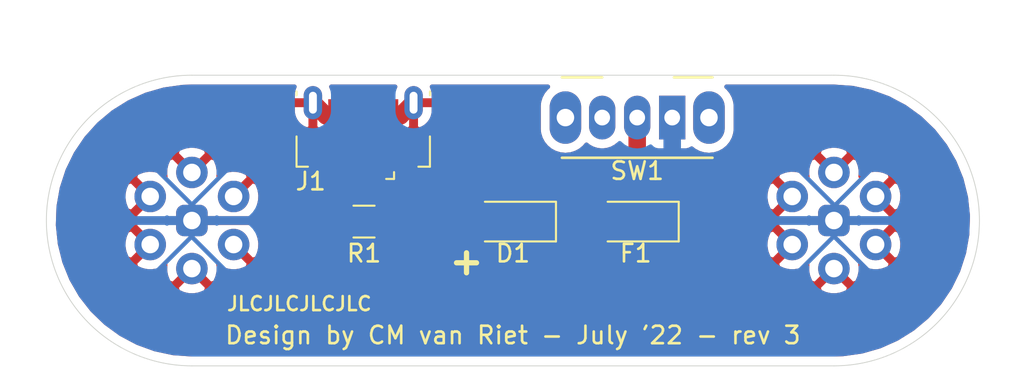
<source format=kicad_pcb>
(kicad_pcb (version 20171130) (host pcbnew "(5.1.5)-3")

  (general
    (thickness 1.6)
    (drawings 7)
    (tracks 40)
    (zones 0)
    (modules 7)
    (nets 9)
  )

  (page A4)
  (layers
    (0 F.Cu signal)
    (31 B.Cu signal)
    (32 B.Adhes user)
    (33 F.Adhes user)
    (34 B.Paste user)
    (35 F.Paste user)
    (36 B.SilkS user)
    (37 F.SilkS user)
    (38 B.Mask user hide)
    (39 F.Mask user)
    (40 Dwgs.User user hide)
    (41 Cmts.User user)
    (42 Eco1.User user hide)
    (43 Eco2.User user hide)
    (44 Edge.Cuts user)
    (45 Margin user)
    (46 B.CrtYd user)
    (47 F.CrtYd user)
    (48 B.Fab user)
    (49 F.Fab user hide)
  )

  (setup
    (last_trace_width 0.25)
    (user_trace_width 0.5)
    (user_trace_width 0.75)
    (user_trace_width 1)
    (trace_clearance 0.2)
    (zone_clearance 0.508)
    (zone_45_only no)
    (trace_min 0.2)
    (via_size 0.8)
    (via_drill 0.4)
    (via_min_size 0.4)
    (via_min_drill 0.3)
    (uvia_size 0.3)
    (uvia_drill 0.1)
    (uvias_allowed no)
    (uvia_min_size 0.2)
    (uvia_min_drill 0.1)
    (edge_width 0.05)
    (segment_width 0.2)
    (pcb_text_width 0.3)
    (pcb_text_size 1.5 1.5)
    (mod_edge_width 0.12)
    (mod_text_size 1 1)
    (mod_text_width 0.15)
    (pad_size 1.8 1.8)
    (pad_drill 1)
    (pad_to_mask_clearance 0.051)
    (solder_mask_min_width 0.25)
    (aux_axis_origin 0 0)
    (visible_elements 7FFFFFFF)
    (pcbplotparams
      (layerselection 0x010f0_ffffffff)
      (usegerberextensions false)
      (usegerberattributes false)
      (usegerberadvancedattributes false)
      (creategerberjobfile false)
      (excludeedgelayer true)
      (linewidth 0.100000)
      (plotframeref false)
      (viasonmask false)
      (mode 1)
      (useauxorigin false)
      (hpglpennumber 1)
      (hpglpenspeed 20)
      (hpglpendiameter 15.000000)
      (psnegative false)
      (psa4output false)
      (plotreference true)
      (plotvalue false)
      (plotinvisibletext false)
      (padsonsilk true)
      (subtractmaskfromsilk false)
      (outputformat 1)
      (mirror false)
      (drillshape 0)
      (scaleselection 1)
      (outputdirectory "Moduli USB Gerbers/"))
  )

  (net 0 "")
  (net 1 GND)
  (net 2 +5V)
  (net 3 "Net-(D1-Pad2)")
  (net 4 "Net-(F1-Pad2)")
  (net 5 "Net-(J1-Pad3)")
  (net 6 "Net-(J1-Pad4)")
  (net 7 "Net-(J1-Pad2)")
  (net 8 "Net-(F1-Pad1)")

  (net_class Default "This is the default net class."
    (clearance 0.2)
    (trace_width 0.25)
    (via_dia 0.8)
    (via_drill 0.4)
    (uvia_dia 0.3)
    (uvia_drill 0.1)
    (add_net +5V)
    (add_net GND)
    (add_net "Net-(D1-Pad2)")
    (add_net "Net-(F1-Pad1)")
    (add_net "Net-(F1-Pad2)")
    (add_net "Net-(J1-Pad2)")
    (add_net "Net-(J1-Pad3)")
    (add_net "Net-(J1-Pad4)")
  )

  (net_class Pad ""
    (clearance 0.1)
    (trace_width 0.25)
    (via_dia 0.8)
    (via_drill 0.4)
    (uvia_dia 0.3)
    (uvia_drill 0.1)
  )

  (module "Stacked desk light:SW_CuK_OS102011MA1QN1_SPDT_Angled" (layer F.Cu) (tedit 62EBDA16) (tstamp 602CA15E)
    (at 109.1 94.05 180)
    (descr "CuK miniature slide switch, OS series, SPDT, right angle, http://www.ckswitches.com/media/1428/os.pdf")
    (tags "switch SPDT")
    (path /602C4982)
    (fp_text reference SW1 (at 2 -3.05 180) (layer F.SilkS)
      (effects (font (size 1 1) (thickness 0.15)))
    )
    (fp_text value SW_DIP_x01 (at 1.7 7.7 180) (layer F.Fab)
      (effects (font (size 1 1) (thickness 0.15)))
    )
    (fp_text user %R (at 2.3 1.7 180) (layer F.Fab)
      (effects (font (size 0.5 0.5) (thickness 0.1)))
    )
    (fp_line (start -2.3 -2.2) (end 6.3 -2.2) (layer F.Fab) (width 0.1))
    (fp_line (start -2.3 -2.2) (end -2.3 2.2) (layer F.Fab) (width 0.1))
    (fp_line (start -2.3 2.2) (end 6.3 2.2) (layer F.Fab) (width 0.1))
    (fp_line (start 6.3 2.2) (end 6.3 -2.2) (layer F.Fab) (width 0.1))
    (fp_line (start 2 2.2) (end 2 6.2) (layer F.Fab) (width 0.1))
    (fp_line (start 2 6.2) (end 0 6.2) (layer F.Fab) (width 0.1))
    (fp_line (start 0 6.2) (end 0 2.2) (layer F.Fab) (width 0.1))
    (fp_line (start -2.3 -2.3) (end 6.3 -2.3) (layer F.SilkS) (width 0.15))
    (fp_line (start -2.3 2.3) (end -0.1 2.3) (layer F.SilkS) (width 0.15))
    (fp_line (start 4 2.3) (end 6.3 2.3) (layer F.SilkS) (width 0.15))
    (fp_line (start 7.7 -2.7) (end 7.7 6.7) (layer F.CrtYd) (width 0.05))
    (fp_line (start 7.7 6.7) (end -3.7 6.7) (layer F.CrtYd) (width 0.05))
    (fp_line (start -3.7 6.7) (end -3.7 -2.7) (layer F.CrtYd) (width 0.05))
    (fp_line (start -3.7 -2.7) (end 7.7 -2.7) (layer F.CrtYd) (width 0.05))
    (pad 1 thru_hole rect (at 0 0 180) (size 1.5 2.5) (drill 0.9) (layers *.Cu *.Mask)
      (net 2 +5V))
    (pad 2 thru_hole oval (at 2 0 180) (size 1.5 2.5) (drill 0.9) (layers *.Cu *.Mask)
      (net 8 "Net-(F1-Pad1)"))
    (pad 3 thru_hole oval (at 4 0 180) (size 1.5 2.5) (drill 0.9) (layers *.Cu *.Mask))
    (pad "" thru_hole oval (at -2.1 0 180) (size 1.8 3) (drill 1) (layers *.Cu *.Mask))
    (pad "" thru_hole oval (at 6.1 0 180) (size 1.8 3) (drill 1) (layers *.Cu *.Mask))
    (model ${KISYS3DMOD}/Button_Switch_THT.3dshapes/SW_CuK_OS102011MA1QN1_SPDT_Angled.wrl
      (at (xyz 0 0 0))
      (scale (xyz 1 1 1))
      (rotate (xyz 0 0 0))
    )
  )

  (module "Stacked desk light:Conn_hex" (layer F.Cu) (tedit 62C5C8CA) (tstamp 60265DE1)
    (at 118.337168 99.939092 90)
    (path /60265E79)
    (fp_text reference H1 (at 0 4.1 90) (layer F.Fab)
      (effects (font (size 1 1) (thickness 0.15)))
    )
    (fp_text value Hex_Conn (at 0 -4.1 90) (layer F.Fab)
      (effects (font (size 1 1) (thickness 0.15)))
    )
    (fp_line (start 4 0) (end 2 3.464102) (layer F.CrtYd) (width 0.05))
    (fp_line (start 4 0) (end 2 -3.464102) (layer F.CrtYd) (width 0.05))
    (fp_line (start 2 -3.464102) (end -2 -3.464102) (layer F.CrtYd) (width 0.05))
    (fp_line (start -2 -3.464102) (end -4 0) (layer F.CrtYd) (width 0.05))
    (fp_line (start -4 0) (end -2 3.464102) (layer F.CrtYd) (width 0.05))
    (fp_line (start -2 3.464102) (end 2 3.464102) (layer F.CrtYd) (width 0.05))
    (fp_line (start 0 0) (end -2 -3.464102) (layer Dwgs.User) (width 0.05))
    (fp_line (start 0 0) (end 2 3.464102) (layer Dwgs.User) (width 0.05))
    (fp_line (start 0 0) (end 1.375 -2.38157) (layer Dwgs.User) (width 0.05))
    (fp_line (start 0 0) (end -1.375 2.38157) (layer Dwgs.User) (width 0.05))
    (pad 6 thru_hole circle (at -1.375 -2.38157 270) (size 1.8 1.8) (drill 1) (layers *.Cu *.Mask)
      (net 1 GND))
    (pad 5 thru_hole circle (at -2.75 0 270) (size 1.8 1.8) (drill 1) (layers *.Cu *.Mask)
      (net 1 GND))
    (pad 4 thru_hole circle (at -1.375 2.38157 270) (size 1.8 1.8) (drill 1) (layers *.Cu *.Mask)
      (net 1 GND))
    (pad 7 thru_hole roundrect (at 0 0 90) (size 1.8 1.8) (drill 1) (layers *.Cu *.Mask) (roundrect_rratio 0.25)
      (net 2 +5V))
    (pad 1 thru_hole circle (at 1.375 -2.38157 90) (size 1.8 1.8) (drill 1) (layers *.Cu *.Mask)
      (net 1 GND))
    (pad 2 thru_hole circle (at 2.75 0 90) (size 1.8 1.8) (drill 1) (layers *.Cu *.Mask)
      (net 1 GND))
    (pad 3 thru_hole circle (at 1.375 2.38157 90) (size 1.8 1.8) (drill 1) (layers *.Cu *.Mask)
      (net 1 GND))
  )

  (module "Stacked desk light:Conn_hex" (layer F.Cu) (tedit 62C5C8CA) (tstamp 6026C4D0)
    (at 81.662804 99.939092 90)
    (path /602753EA)
    (fp_text reference H2 (at 0 4.1 90) (layer F.Fab)
      (effects (font (size 1 1) (thickness 0.15)))
    )
    (fp_text value Hex_Conn (at 0 -4.1 90) (layer F.Fab)
      (effects (font (size 1 1) (thickness 0.15)))
    )
    (fp_line (start 4 0) (end 2 3.464102) (layer F.CrtYd) (width 0.05))
    (fp_line (start 4 0) (end 2 -3.464102) (layer F.CrtYd) (width 0.05))
    (fp_line (start 2 -3.464102) (end -2 -3.464102) (layer F.CrtYd) (width 0.05))
    (fp_line (start -2 -3.464102) (end -4 0) (layer F.CrtYd) (width 0.05))
    (fp_line (start -4 0) (end -2 3.464102) (layer F.CrtYd) (width 0.05))
    (fp_line (start -2 3.464102) (end 2 3.464102) (layer F.CrtYd) (width 0.05))
    (fp_line (start 0 0) (end -2 -3.464102) (layer Dwgs.User) (width 0.05))
    (fp_line (start 0 0) (end 2 3.464102) (layer Dwgs.User) (width 0.05))
    (fp_line (start 0 0) (end 1.375 -2.38157) (layer Dwgs.User) (width 0.05))
    (fp_line (start 0 0) (end -1.375 2.38157) (layer Dwgs.User) (width 0.05))
    (pad 6 thru_hole circle (at -1.375 -2.38157 270) (size 1.8 1.8) (drill 1) (layers *.Cu *.Mask)
      (net 1 GND))
    (pad 5 thru_hole circle (at -2.75 0 270) (size 1.8 1.8) (drill 1) (layers *.Cu *.Mask)
      (net 1 GND))
    (pad 4 thru_hole circle (at -1.375 2.38157 270) (size 1.8 1.8) (drill 1) (layers *.Cu *.Mask)
      (net 1 GND))
    (pad 7 thru_hole roundrect (at 0 0 90) (size 1.8 1.8) (drill 1) (layers *.Cu *.Mask) (roundrect_rratio 0.25)
      (net 2 +5V))
    (pad 1 thru_hole circle (at 1.375 -2.38157 90) (size 1.8 1.8) (drill 1) (layers *.Cu *.Mask)
      (net 1 GND))
    (pad 2 thru_hole circle (at 2.75 0 90) (size 1.8 1.8) (drill 1) (layers *.Cu *.Mask)
      (net 1 GND))
    (pad 3 thru_hole circle (at 1.375 2.38157 90) (size 1.8 1.8) (drill 1) (layers *.Cu *.Mask)
      (net 1 GND))
  )

  (module Resistor_SMD:R_1206_3216Metric_Pad1.42x1.75mm_HandSolder (layer F.Cu) (tedit 5B301BBD) (tstamp 6021D82A)
    (at 91.495 100 180)
    (descr "Resistor SMD 1206 (3216 Metric), square (rectangular) end terminal, IPC_7351 nominal with elongated pad for handsoldering. (Body size source: http://www.tortai-tech.com/upload/download/2011102023233369053.pdf), generated with kicad-footprint-generator")
    (tags "resistor handsolder")
    (path /6022914C)
    (attr smd)
    (fp_text reference R1 (at 0 -1.82) (layer F.SilkS)
      (effects (font (size 1 1) (thickness 0.15)))
    )
    (fp_text value 150R (at 0 1.82) (layer F.Fab)
      (effects (font (size 1 1) (thickness 0.15)))
    )
    (fp_text user %R (at 0 0) (layer F.Fab)
      (effects (font (size 0.8 0.8) (thickness 0.12)))
    )
    (fp_line (start 2.45 1.12) (end -2.45 1.12) (layer F.CrtYd) (width 0.05))
    (fp_line (start 2.45 -1.12) (end 2.45 1.12) (layer F.CrtYd) (width 0.05))
    (fp_line (start -2.45 -1.12) (end 2.45 -1.12) (layer F.CrtYd) (width 0.05))
    (fp_line (start -2.45 1.12) (end -2.45 -1.12) (layer F.CrtYd) (width 0.05))
    (fp_line (start -0.602064 0.91) (end 0.602064 0.91) (layer F.SilkS) (width 0.12))
    (fp_line (start -0.602064 -0.91) (end 0.602064 -0.91) (layer F.SilkS) (width 0.12))
    (fp_line (start 1.6 0.8) (end -1.6 0.8) (layer F.Fab) (width 0.1))
    (fp_line (start 1.6 -0.8) (end 1.6 0.8) (layer F.Fab) (width 0.1))
    (fp_line (start -1.6 -0.8) (end 1.6 -0.8) (layer F.Fab) (width 0.1))
    (fp_line (start -1.6 0.8) (end -1.6 -0.8) (layer F.Fab) (width 0.1))
    (pad 2 smd roundrect (at 1.4875 0 180) (size 1.425 1.75) (layers F.Cu F.Paste F.Mask) (roundrect_rratio 0.175439)
      (net 2 +5V))
    (pad 1 smd roundrect (at -1.4875 0 180) (size 1.425 1.75) (layers F.Cu F.Paste F.Mask) (roundrect_rratio 0.175439)
      (net 3 "Net-(D1-Pad2)"))
    (model ${KISYS3DMOD}/Resistor_SMD.3dshapes/R_1206_3216Metric.wrl
      (at (xyz 0 0 0))
      (scale (xyz 1 1 1))
      (rotate (xyz 0 0 0))
    )
  )

  (module LED_SMD:LED_1206_3216Metric_Pad1.42x1.75mm_HandSolder (layer F.Cu) (tedit 5B4B45C9) (tstamp 62C6220B)
    (at 107.0125 100 180)
    (descr "LED SMD 1206 (3216 Metric), square (rectangular) end terminal, IPC_7351 nominal, (Body size source: http://www.tortai-tech.com/upload/download/2011102023233369053.pdf), generated with kicad-footprint-generator")
    (tags "LED handsolder")
    (path /62C60E33)
    (attr smd)
    (fp_text reference F1 (at 0 -1.82) (layer F.SilkS)
      (effects (font (size 1 1) (thickness 0.15)))
    )
    (fp_text value Polyfuse_Small (at 0 1.82) (layer F.Fab)
      (effects (font (size 1 1) (thickness 0.15)))
    )
    (fp_text user %R (at 0 0) (layer F.Fab)
      (effects (font (size 0.8 0.8) (thickness 0.12)))
    )
    (fp_line (start 2.45 1.12) (end -2.45 1.12) (layer F.CrtYd) (width 0.05))
    (fp_line (start 2.45 -1.12) (end 2.45 1.12) (layer F.CrtYd) (width 0.05))
    (fp_line (start -2.45 -1.12) (end 2.45 -1.12) (layer F.CrtYd) (width 0.05))
    (fp_line (start -2.45 1.12) (end -2.45 -1.12) (layer F.CrtYd) (width 0.05))
    (fp_line (start -2.46 1.135) (end 1.6 1.135) (layer F.SilkS) (width 0.12))
    (fp_line (start -2.46 -1.135) (end -2.46 1.135) (layer F.SilkS) (width 0.12))
    (fp_line (start 1.6 -1.135) (end -2.46 -1.135) (layer F.SilkS) (width 0.12))
    (fp_line (start 1.6 0.8) (end 1.6 -0.8) (layer F.Fab) (width 0.1))
    (fp_line (start -1.6 0.8) (end 1.6 0.8) (layer F.Fab) (width 0.1))
    (fp_line (start -1.6 -0.4) (end -1.6 0.8) (layer F.Fab) (width 0.1))
    (fp_line (start -1.2 -0.8) (end -1.6 -0.4) (layer F.Fab) (width 0.1))
    (fp_line (start 1.6 -0.8) (end -1.2 -0.8) (layer F.Fab) (width 0.1))
    (pad 2 smd roundrect (at 1.4875 0 180) (size 1.425 1.75) (layers F.Cu F.Paste F.Mask) (roundrect_rratio 0.175439)
      (net 4 "Net-(F1-Pad2)"))
    (pad 1 smd roundrect (at -1.4875 0 180) (size 1.425 1.75) (layers F.Cu F.Paste F.Mask) (roundrect_rratio 0.175439)
      (net 8 "Net-(F1-Pad1)"))
    (model ${KISYS3DMOD}/LED_SMD.3dshapes/LED_1206_3216Metric.wrl
      (at (xyz 0 0 0))
      (scale (xyz 1 1 1))
      (rotate (xyz 0 0 0))
    )
  )

  (module LED_SMD:LED_1206_3216Metric_Pad1.42x1.75mm_HandSolder (layer F.Cu) (tedit 5B4B45C9) (tstamp 6022F6F1)
    (at 100 100 180)
    (descr "LED SMD 1206 (3216 Metric), square (rectangular) end terminal, IPC_7351 nominal, (Body size source: http://www.tortai-tech.com/upload/download/2011102023233369053.pdf), generated with kicad-footprint-generator")
    (tags "LED handsolder")
    (path /60229134)
    (attr smd)
    (fp_text reference D1 (at 0 -1.82) (layer F.SilkS)
      (effects (font (size 1 1) (thickness 0.15)))
    )
    (fp_text value LED (at 0 1.82) (layer F.Fab)
      (effects (font (size 1 1) (thickness 0.15)))
    )
    (fp_text user %R (at 0 0) (layer F.Fab)
      (effects (font (size 0.8 0.8) (thickness 0.12)))
    )
    (fp_line (start 2.45 1.12) (end -2.45 1.12) (layer F.CrtYd) (width 0.05))
    (fp_line (start 2.45 -1.12) (end 2.45 1.12) (layer F.CrtYd) (width 0.05))
    (fp_line (start -2.45 -1.12) (end 2.45 -1.12) (layer F.CrtYd) (width 0.05))
    (fp_line (start -2.45 1.12) (end -2.45 -1.12) (layer F.CrtYd) (width 0.05))
    (fp_line (start -2.46 1.135) (end 1.6 1.135) (layer F.SilkS) (width 0.12))
    (fp_line (start -2.46 -1.135) (end -2.46 1.135) (layer F.SilkS) (width 0.12))
    (fp_line (start 1.6 -1.135) (end -2.46 -1.135) (layer F.SilkS) (width 0.12))
    (fp_line (start 1.6 0.8) (end 1.6 -0.8) (layer F.Fab) (width 0.1))
    (fp_line (start -1.6 0.8) (end 1.6 0.8) (layer F.Fab) (width 0.1))
    (fp_line (start -1.6 -0.4) (end -1.6 0.8) (layer F.Fab) (width 0.1))
    (fp_line (start -1.2 -0.8) (end -1.6 -0.4) (layer F.Fab) (width 0.1))
    (fp_line (start 1.6 -0.8) (end -1.2 -0.8) (layer F.Fab) (width 0.1))
    (pad 2 smd roundrect (at 1.4875 0 180) (size 1.425 1.75) (layers F.Cu F.Paste F.Mask) (roundrect_rratio 0.175439)
      (net 3 "Net-(D1-Pad2)"))
    (pad 1 smd roundrect (at -1.4875 0 180) (size 1.425 1.75) (layers F.Cu F.Paste F.Mask) (roundrect_rratio 0.175439)
      (net 1 GND))
    (model ${KISYS3DMOD}/LED_SMD.3dshapes/LED_1206_3216Metric.wrl
      (at (xyz 0 0 0))
      (scale (xyz 1 1 1))
      (rotate (xyz 0 0 0))
    )
  )

  (module "Stacked desk light:USB_Micro-B_MC-026" (layer F.Cu) (tedit 6041258F) (tstamp 60415CE8)
    (at 91.45 95.15 180)
    (descr "GCT Micro USB https://gct.co/files/drawings/usb3076.pdf")
    (tags "Micro-USB SMD Typ-B GCT")
    (path /6022913A)
    (attr smd)
    (fp_text reference J1 (at 3 -2.55) (layer F.SilkS)
      (effects (font (size 1 1) (thickness 0.15)))
    )
    (fp_text value USB_B_Micro (at 0 5.2) (layer F.Fab)
      (effects (font (size 1 1) (thickness 0.15)))
    )
    (fp_line (start -1.1 -2.16) (end -1.1 -1.95) (layer F.Fab) (width 0.1))
    (fp_line (start -1.5 -2.16) (end -1.5 -1.95) (layer F.Fab) (width 0.1))
    (fp_line (start -1.5 -2.16) (end -1.1 -2.16) (layer F.Fab) (width 0.1))
    (fp_line (start -1.1 -1.95) (end -1.3 -1.75) (layer F.Fab) (width 0.1))
    (fp_line (start -1.3 -1.75) (end -1.5 -1.95) (layer F.Fab) (width 0.1))
    (fp_line (start -1.76 -2.41) (end -1.76 -2.02) (layer F.SilkS) (width 0.12))
    (fp_line (start -1.76 -2.41) (end -1.31 -2.41) (layer F.SilkS) (width 0.12))
    (fp_text user %R (at 0 0.85) (layer F.Fab)
      (effects (font (size 1 1) (thickness 0.15)))
    )
    (fp_line (start 3.81 -1.71) (end 3.16 -1.71) (layer F.SilkS) (width 0.12))
    (fp_line (start 3.81 0.02) (end 3.81 -1.71) (layer F.SilkS) (width 0.12))
    (fp_line (start -3.81 2.59) (end -3.81 2.38) (layer F.SilkS) (width 0.12))
    (fp_line (start -3.7 3.95) (end -3.7 -1.6) (layer F.Fab) (width 0.1))
    (fp_line (start -3.7 -1.6) (end 3.7 -1.6) (layer F.Fab) (width 0.1))
    (fp_line (start -3.7 3.95) (end 3.7 3.95) (layer F.Fab) (width 0.1))
    (fp_line (start -3 3.5) (end 3 3.5) (layer F.Fab) (width 0.2))
    (fp_line (start 3.7 3.95) (end 3.7 -1.6) (layer F.Fab) (width 0.1))
    (fp_line (start 3.81 2.59) (end 3.81 2.38) (layer F.SilkS) (width 0.12))
    (fp_line (start -3.81 0.02) (end -3.81 -1.71) (layer F.SilkS) (width 0.12))
    (fp_line (start -3.81 -1.71) (end -3.15 -1.71) (layer F.SilkS) (width 0.12))
    (fp_text user "PCB Edge" (at 0 2.65) (layer Dwgs.User)
      (effects (font (size 0.5 0.5) (thickness 0.08)))
    )
    (fp_line (start -4.6 4.45) (end -4.6 -2.65) (layer F.CrtYd) (width 0.05))
    (fp_line (start -4.6 -2.65) (end 4.6 -2.65) (layer F.CrtYd) (width 0.05))
    (fp_line (start 4.6 -2.65) (end 4.6 4.45) (layer F.CrtYd) (width 0.05))
    (fp_line (start -4.6 4.45) (end 4.6 4.45) (layer F.CrtYd) (width 0.05))
    (pad 6 thru_hole oval (at 2.875 1.95 180) (size 1.05 1.9) (drill oval 0.45 1.25) (layers *.Cu *.Mask)
      (net 1 GND))
    (pad 6 thru_hole oval (at -2.875 1.95) (size 1.05 1.9) (drill oval 0.45 1.25) (layers *.Cu *.Mask)
      (net 1 GND))
    (pad 6 smd rect (at -1.125 1.2 180) (size 1.75 1.9) (layers F.Cu F.Paste F.Mask)
      (net 1 GND))
    (pad 3 smd rect (at 0 -1.45 180) (size 0.4 1.4) (layers F.Cu F.Paste F.Mask)
      (net 5 "Net-(J1-Pad3)"))
    (pad 4 smd rect (at 0.65 -1.45 180) (size 0.4 1.4) (layers F.Cu F.Paste F.Mask)
      (net 6 "Net-(J1-Pad4)"))
    (pad 5 smd rect (at 1.3 -1.45 180) (size 0.4 1.4) (layers F.Cu F.Paste F.Mask)
      (net 1 GND))
    (pad 1 smd rect (at -1.3 -1.45 180) (size 0.4 1.4) (layers F.Cu F.Paste F.Mask)
      (net 4 "Net-(F1-Pad2)"))
    (pad 2 smd rect (at -0.65 -1.45 180) (size 0.4 1.4) (layers F.Cu F.Paste F.Mask)
      (net 7 "Net-(J1-Pad2)"))
    (pad 6 smd rect (at 1.125 1.2 180) (size 1.75 1.9) (layers F.Cu F.Paste F.Mask)
      (net 1 GND))
    (model ${KISYS3DMOD}/Connector_USB.3dshapes/USB_Micro-B_GCT_USB3076-30-A.wrl
      (at (xyz 0 0 0))
      (scale (xyz 1 1 1))
      (rotate (xyz 0 0 0))
    )
  )

  (gr_text + (at 97.35 102.25) (layer F.SilkS)
    (effects (font (size 1.5 1.5) (thickness 0.3)))
  )
  (gr_text JLCJLCJLCJLC (at 87.8 104.7) (layer F.SilkS)
    (effects (font (size 0.8 0.8) (thickness 0.15)))
  )
  (gr_text "Design by CM van Riet - July '22 - rev 3" (at 100 106.5) (layer F.SilkS)
    (effects (font (size 1 1) (thickness 0.15)))
  )
  (gr_line (start 81.662804 108.251903) (end 118.337168 108.251903) (layer Edge.Cuts) (width 0.05) (tstamp 6026C648))
  (gr_line (start 118.337168 91.626281) (end 81.662804 91.626281) (layer Edge.Cuts) (width 0.05) (tstamp 6026C647))
  (gr_arc (start 118.337168 99.939092) (end 118.337168 108.251903) (angle -180) (layer Edge.Cuts) (width 0.05) (tstamp 6026C642))
  (gr_arc (start 81.662804 99.939092) (end 81.662804 91.626281) (angle -180) (layer Edge.Cuts) (width 0.05))

  (segment (start 90.15 94.125) (end 90.325 93.95) (width 0.5) (layer F.Cu) (net 1))
  (segment (start 90.15 96.6) (end 90.15 94.125) (width 0.5) (layer F.Cu) (net 1))
  (segment (start 90.325 93.95) (end 92.575 93.95) (width 1) (layer F.Cu) (net 1))
  (segment (start 93.575 93.95) (end 94.325 93.2) (width 1) (layer F.Cu) (net 1))
  (segment (start 92.575 93.95) (end 93.575 93.95) (width 1) (layer F.Cu) (net 1))
  (segment (start 89.325 93.95) (end 88.575 93.2) (width 1) (layer F.Cu) (net 1))
  (segment (start 90.325 93.95) (end 89.325 93.95) (width 1) (layer F.Cu) (net 1))
  (segment (start 90.15 96.6) (end 90.15 97.85) (width 0.5) (layer F.Cu) (net 1))
  (segment (start 89.946592 99.939092) (end 90.0075 100) (width 0.5) (layer F.Cu) (net 2))
  (segment (start 81.662804 99.939092) (end 89.946592 99.939092) (width 0.5) (layer F.Cu) (net 2))
  (segment (start 81.662804 99.939092) (end 77.839092 99.939092) (width 0.5) (layer B.Cu) (net 2))
  (segment (start 81.662804 99.039092) (end 79.5 96.876288) (width 0.25) (layer B.Cu) (net 2))
  (segment (start 81.662804 99.939092) (end 81.662804 99.039092) (width 0.25) (layer B.Cu) (net 2))
  (segment (start 81.662804 99.039092) (end 83.9 96.801896) (width 0.25) (layer B.Cu) (net 2))
  (segment (start 81.662804 100.839092) (end 79.401896 103.1) (width 0.25) (layer B.Cu) (net 2))
  (segment (start 81.662804 99.939092) (end 81.662804 100.839092) (width 0.25) (layer B.Cu) (net 2))
  (segment (start 81.662804 100.87609) (end 83.8 103.013286) (width 0.25) (layer B.Cu) (net 2))
  (segment (start 81.662804 99.939092) (end 81.662804 100.87609) (width 0.25) (layer B.Cu) (net 2))
  (segment (start 118.337168 99.039092) (end 116.3 97.001924) (width 0.25) (layer B.Cu) (net 2))
  (segment (start 118.337168 99.939092) (end 118.337168 99.039092) (width 0.25) (layer B.Cu) (net 2))
  (segment (start 118.337168 99.13266) (end 120.469828 97) (width 0.25) (layer B.Cu) (net 2))
  (segment (start 118.337168 99.939092) (end 118.337168 99.13266) (width 0.25) (layer B.Cu) (net 2))
  (segment (start 118.337168 100.839092) (end 116.2 102.97626) (width 0.25) (layer B.Cu) (net 2))
  (segment (start 118.337168 99.939092) (end 118.337168 100.839092) (width 0.25) (layer B.Cu) (net 2))
  (segment (start 118.337168 100.839092) (end 120.498076 103) (width 0.25) (layer B.Cu) (net 2))
  (segment (start 118.337168 99.939092) (end 114.639092 99.939092) (width 0.5) (layer B.Cu) (net 2))
  (segment (start 118.337168 99.939092) (end 121.939092 99.939092) (width 0.5) (layer B.Cu) (net 2))
  (segment (start 109.1 94.05) (end 109.1 95.8) (width 1) (layer B.Cu) (net 2))
  (segment (start 81.662804 99.939092) (end 85.960908 99.939092) (width 0.5) (layer B.Cu) (net 2))
  (segment (start 92.53 99.93) (end 92.52 99.94) (width 0.5) (layer F.Cu) (net 3))
  (segment (start 93.695 100) (end 98.5125 100) (width 0.5) (layer F.Cu) (net 3))
  (segment (start 92.9825 100) (end 93.695 100) (width 0.5) (layer F.Cu) (net 3))
  (segment (start 104.1 97.7) (end 105.525 99.125) (width 1) (layer F.Cu) (net 4))
  (segment (start 105.525 99.125) (end 105.525 100) (width 1) (layer F.Cu) (net 4))
  (segment (start 101.8 97.7) (end 104.1 97.7) (width 1) (layer F.Cu) (net 4))
  (segment (start 93.000001 96.6) (end 100.7 96.6) (width 1) (layer F.Cu) (net 4))
  (segment (start 100.7 96.6) (end 101.8 97.7) (width 1) (layer F.Cu) (net 4))
  (segment (start 108.5 99.125) (end 107.1 97.725) (width 1) (layer F.Cu) (net 8))
  (segment (start 108.5 100) (end 108.5 99.125) (width 1) (layer F.Cu) (net 8))
  (segment (start 107.1 97.725) (end 107.1 94.05) (width 1) (layer F.Cu) (net 8))

  (zone (net 1) (net_name GND) (layer F.Cu) (tstamp 62D6CB28) (hatch edge 0.508)
    (connect_pads (clearance 0.508))
    (min_thickness 0.254)
    (fill yes (arc_segments 32) (thermal_gap 0.508) (thermal_bridge_width 0.508))
    (polygon
      (pts
        (xy 123.9 91.215) (xy 129.2 100) (xy 123.295 109.08) (xy 76.305 108.52) (xy 70.7 99.6)
        (xy 76.3 91.185)
      )
    )
    (filled_polygon
      (pts
        (xy 87.462066 92.424135) (xy 87.415 92.648) (xy 87.415 93.073) (xy 88.448 93.073) (xy 88.448 93.053)
        (xy 88.702 93.053) (xy 88.702 93.073) (xy 88.722 93.073) (xy 88.722 93.327) (xy 88.702 93.327)
        (xy 88.702 94.618163) (xy 88.812871 94.696166) (xy 88.811928 94.9) (xy 88.824188 95.024482) (xy 88.860498 95.14418)
        (xy 88.919463 95.254494) (xy 88.998815 95.351185) (xy 89.095506 95.430537) (xy 89.20582 95.489502) (xy 89.325518 95.525812)
        (xy 89.428224 95.535927) (xy 89.413997 95.553826) (xy 89.356761 95.665046) (xy 89.322323 95.785296) (xy 89.312006 95.909954)
        (xy 89.315 96.31425) (xy 89.47375 96.473) (xy 89.961928 96.473) (xy 89.961928 96.727) (xy 89.47375 96.727)
        (xy 89.315 96.88575) (xy 89.312006 97.290046) (xy 89.322323 97.414704) (xy 89.356761 97.534954) (xy 89.413997 97.646174)
        (xy 89.491831 97.744092) (xy 89.587273 97.824943) (xy 89.696654 97.885621) (xy 89.815771 97.923794) (xy 89.91825 97.935)
        (xy 90.077 97.77625) (xy 90.077 97.663678) (xy 90.148815 97.751185) (xy 90.245506 97.830537) (xy 90.313782 97.867032)
        (xy 90.38175 97.935) (xy 90.472936 97.925029) (xy 90.475518 97.925812) (xy 90.6 97.938072) (xy 91 97.938072)
        (xy 91.124482 97.925812) (xy 91.125 97.925655) (xy 91.125518 97.925812) (xy 91.25 97.938072) (xy 91.65 97.938072)
        (xy 91.774482 97.925812) (xy 91.775 97.925655) (xy 91.775518 97.925812) (xy 91.9 97.938072) (xy 92.3 97.938072)
        (xy 92.424482 97.925812) (xy 92.425 97.925655) (xy 92.425518 97.925812) (xy 92.55 97.938072) (xy 92.95 97.938072)
        (xy 93.074482 97.925812) (xy 93.19418 97.889502) (xy 93.304494 97.830537) (xy 93.401185 97.751185) (xy 93.414468 97.735)
        (xy 100.229869 97.735) (xy 100.958008 98.46314) (xy 100.978734 98.488395) (xy 100.775 98.486928) (xy 100.650518 98.499188)
        (xy 100.53082 98.535498) (xy 100.420506 98.594463) (xy 100.323815 98.673815) (xy 100.244463 98.770506) (xy 100.185498 98.88082)
        (xy 100.149188 99.000518) (xy 100.136928 99.125) (xy 100.14 99.71425) (xy 100.29875 99.873) (xy 101.3605 99.873)
        (xy 101.3605 99.853) (xy 101.6145 99.853) (xy 101.6145 99.873) (xy 102.67625 99.873) (xy 102.835 99.71425)
        (xy 102.838072 99.125) (xy 102.825812 99.000518) (xy 102.789502 98.88082) (xy 102.76501 98.835) (xy 103.629869 98.835)
        (xy 104.174428 99.37956) (xy 104.174428 100.625) (xy 104.191492 100.798254) (xy 104.242028 100.96485) (xy 104.324095 101.118386)
        (xy 104.434538 101.252962) (xy 104.569114 101.363405) (xy 104.72265 101.445472) (xy 104.889246 101.496008) (xy 105.0625 101.513072)
        (xy 105.9875 101.513072) (xy 106.160754 101.496008) (xy 106.32735 101.445472) (xy 106.480886 101.363405) (xy 106.615462 101.252962)
        (xy 106.725905 101.118386) (xy 106.807972 100.96485) (xy 106.858508 100.798254) (xy 106.875572 100.625) (xy 106.875572 99.375)
        (xy 106.858508 99.201746) (xy 106.809258 99.039389) (xy 107.149428 99.37956) (xy 107.149428 100.625) (xy 107.166492 100.798254)
        (xy 107.217028 100.96485) (xy 107.299095 101.118386) (xy 107.409538 101.252962) (xy 107.544114 101.363405) (xy 107.69765 101.445472)
        (xy 107.864246 101.496008) (xy 108.0375 101.513072) (xy 108.9625 101.513072) (xy 109.135754 101.496008) (xy 109.30235 101.445472)
        (xy 109.423632 101.380645) (xy 114.414607 101.380645) (xy 114.457201 101.679999) (xy 114.557376 101.965291) (xy 114.637337 102.114884)
        (xy 114.891518 102.198567) (xy 115.775993 101.314092) (xy 114.891518 100.429617) (xy 114.637337 100.5133) (xy 114.50644 100.785867)
        (xy 114.431233 101.078734) (xy 114.414607 101.380645) (xy 109.423632 101.380645) (xy 109.455886 101.363405) (xy 109.590462 101.252962)
        (xy 109.700905 101.118386) (xy 109.782972 100.96485) (xy 109.833508 100.798254) (xy 109.850572 100.625) (xy 109.850572 99.375)
        (xy 109.833508 99.201746) (xy 109.782972 99.03515) (xy 109.700905 98.881614) (xy 109.590462 98.747038) (xy 109.565105 98.726228)
        (xy 109.553676 98.688553) (xy 109.540461 98.66383) (xy 109.522724 98.630645) (xy 114.414607 98.630645) (xy 114.457201 98.929999)
        (xy 114.557376 99.215291) (xy 114.637337 99.364884) (xy 114.891518 99.448567) (xy 115.775993 98.564092) (xy 114.891518 97.679617)
        (xy 114.637337 97.7633) (xy 114.50644 98.035867) (xy 114.431233 98.328734) (xy 114.414607 98.630645) (xy 109.522724 98.630645)
        (xy 109.448284 98.491377) (xy 109.306449 98.318551) (xy 109.26314 98.283008) (xy 108.480144 97.500012) (xy 115.071123 97.500012)
        (xy 115.955598 98.384487) (xy 115.969741 98.370345) (xy 116.149346 98.54995) (xy 116.135203 98.564092) (xy 116.149346 98.578235)
        (xy 115.969741 98.75784) (xy 115.955598 98.743697) (xy 115.071123 99.628172) (xy 115.154806 99.882353) (xy 115.266633 99.936057)
        (xy 115.154806 99.995831) (xy 115.071123 100.250012) (xy 115.955598 101.134487) (xy 115.969741 101.120345) (xy 116.149346 101.29995)
        (xy 116.135203 101.314092) (xy 116.149346 101.328235) (xy 115.969741 101.50784) (xy 115.955598 101.493697) (xy 115.071123 102.378172)
        (xy 115.154806 102.632353) (xy 115.427373 102.76325) (xy 115.72024 102.838457) (xy 116.022151 102.855083) (xy 116.321505 102.812489)
        (xy 116.606797 102.712314) (xy 116.75639 102.632353) (xy 116.812322 102.462463) (xy 116.796177 102.755645) (xy 116.838771 103.054999)
        (xy 116.938946 103.340291) (xy 117.018907 103.489884) (xy 117.273088 103.573567) (xy 118.157563 102.689092) (xy 118.143421 102.67495)
        (xy 118.323026 102.495345) (xy 118.337168 102.509487) (xy 118.351311 102.495345) (xy 118.530916 102.67495) (xy 118.516773 102.689092)
        (xy 119.401248 103.573567) (xy 119.655429 103.489884) (xy 119.786326 103.217317) (xy 119.861533 102.92445) (xy 119.878159 102.622539)
        (xy 119.850335 102.426989) (xy 119.917946 102.632353) (xy 120.190513 102.76325) (xy 120.48338 102.838457) (xy 120.785291 102.855083)
        (xy 121.084645 102.812489) (xy 121.369937 102.712314) (xy 121.51953 102.632353) (xy 121.603213 102.378172) (xy 120.718738 101.493697)
        (xy 120.704596 101.50784) (xy 120.524991 101.328235) (xy 120.539133 101.314092) (xy 120.898343 101.314092) (xy 121.782818 102.198567)
        (xy 122.036999 102.114884) (xy 122.167896 101.842317) (xy 122.243103 101.54945) (xy 122.259729 101.247539) (xy 122.217135 100.948185)
        (xy 122.11696 100.662893) (xy 122.036999 100.5133) (xy 121.782818 100.429617) (xy 120.898343 101.314092) (xy 120.539133 101.314092)
        (xy 120.524991 101.29995) (xy 120.704596 101.120345) (xy 120.718738 101.134487) (xy 121.603213 100.250012) (xy 121.51953 99.995831)
        (xy 121.407703 99.942127) (xy 121.51953 99.882353) (xy 121.603213 99.628172) (xy 120.718738 98.743697) (xy 120.704596 98.75784)
        (xy 120.524991 98.578235) (xy 120.539133 98.564092) (xy 120.898343 98.564092) (xy 121.782818 99.448567) (xy 122.036999 99.364884)
        (xy 122.167896 99.092317) (xy 122.243103 98.79945) (xy 122.259729 98.497539) (xy 122.217135 98.198185) (xy 122.11696 97.912893)
        (xy 122.036999 97.7633) (xy 121.782818 97.679617) (xy 120.898343 98.564092) (xy 120.539133 98.564092) (xy 120.524991 98.54995)
        (xy 120.704596 98.370345) (xy 120.718738 98.384487) (xy 121.603213 97.500012) (xy 121.51953 97.245831) (xy 121.246963 97.114934)
        (xy 120.954096 97.039727) (xy 120.652185 97.023101) (xy 120.352831 97.065695) (xy 120.067539 97.16587) (xy 119.917946 97.245831)
        (xy 119.862014 97.415721) (xy 119.878159 97.122539) (xy 119.835565 96.823185) (xy 119.73539 96.537893) (xy 119.655429 96.3883)
        (xy 119.401248 96.304617) (xy 118.516773 97.189092) (xy 118.530916 97.203235) (xy 118.351311 97.38284) (xy 118.337168 97.368697)
        (xy 118.323026 97.38284) (xy 118.143421 97.203235) (xy 118.157563 97.189092) (xy 117.273088 96.304617) (xy 117.018907 96.3883)
        (xy 116.88801 96.660867) (xy 116.812803 96.953734) (xy 116.796177 97.255645) (xy 116.824001 97.451195) (xy 116.75639 97.245831)
        (xy 116.483823 97.114934) (xy 116.190956 97.039727) (xy 115.889045 97.023101) (xy 115.589691 97.065695) (xy 115.304399 97.16587)
        (xy 115.154806 97.245831) (xy 115.071123 97.500012) (xy 108.480144 97.500012) (xy 108.235 97.254869) (xy 108.235 95.926746)
        (xy 108.35 95.938072) (xy 109.85 95.938072) (xy 109.974482 95.925812) (xy 110.09418 95.889502) (xy 110.204494 95.830537)
        (xy 110.211674 95.824645) (xy 110.343073 95.932481) (xy 110.609739 96.075017) (xy 110.899087 96.16279) (xy 111.2 96.192427)
        (xy 111.500912 96.16279) (xy 111.625449 96.125012) (xy 117.452693 96.125012) (xy 118.337168 97.009487) (xy 119.221643 96.125012)
        (xy 119.13796 95.870831) (xy 118.865393 95.739934) (xy 118.572526 95.664727) (xy 118.270615 95.648101) (xy 117.971261 95.690695)
        (xy 117.685969 95.79087) (xy 117.536376 95.870831) (xy 117.452693 96.125012) (xy 111.625449 96.125012) (xy 111.79026 96.075017)
        (xy 112.056926 95.932481) (xy 112.290661 95.740661) (xy 112.482481 95.506927) (xy 112.625017 95.240261) (xy 112.71279 94.950913)
        (xy 112.735 94.725408) (xy 112.735 93.374592) (xy 112.71279 93.149087) (xy 112.625017 92.859739) (xy 112.482481 92.593073)
        (xy 112.290661 92.359339) (xy 112.201639 92.286281) (xy 118.314124 92.286281) (xy 119.40201 92.362354) (xy 120.446123 92.584286)
        (xy 121.449193 92.949374) (xy 122.391691 93.450509) (xy 123.255261 94.077931) (xy 124.023116 94.81944) (xy 124.6803 95.660596)
        (xy 125.214023 96.585031) (xy 125.61389 97.574739) (xy 125.872129 98.610477) (xy 125.983707 99.672065) (xy 125.946454 100.738861)
        (xy 125.761094 101.790086) (xy 125.431237 102.80528) (xy 124.963303 103.764688) (xy 124.366397 104.649638) (xy 123.652136 105.442906)
        (xy 122.834434 106.12904) (xy 121.929188 106.694699) (xy 120.954033 107.128867) (xy 119.92794 107.423094) (xy 118.859439 107.573262)
        (xy 118.325646 107.591903) (xy 81.685848 107.591903) (xy 80.597961 107.51583) (xy 79.553849 107.293898) (xy 78.550779 106.92881)
        (xy 77.60829 106.42768) (xy 76.74471 105.800253) (xy 75.976856 105.058744) (xy 75.319672 104.217588) (xy 75.051542 103.753172)
        (xy 80.778329 103.753172) (xy 80.862012 104.007353) (xy 81.134579 104.13825) (xy 81.427446 104.213457) (xy 81.729357 104.230083)
        (xy 82.028711 104.187489) (xy 82.314003 104.087314) (xy 82.463596 104.007353) (xy 82.547279 103.753172) (xy 117.452693 103.753172)
        (xy 117.536376 104.007353) (xy 117.808943 104.13825) (xy 118.10181 104.213457) (xy 118.403721 104.230083) (xy 118.703075 104.187489)
        (xy 118.988367 104.087314) (xy 119.13796 104.007353) (xy 119.221643 103.753172) (xy 118.337168 102.868697) (xy 117.452693 103.753172)
        (xy 82.547279 103.753172) (xy 81.662804 102.868697) (xy 80.778329 103.753172) (xy 75.051542 103.753172) (xy 74.785951 103.293155)
        (xy 74.386082 102.303445) (xy 74.156002 101.380645) (xy 77.740243 101.380645) (xy 77.782837 101.679999) (xy 77.883012 101.965291)
        (xy 77.962973 102.114884) (xy 78.217154 102.198567) (xy 79.101629 101.314092) (xy 78.217154 100.429617) (xy 77.962973 100.5133)
        (xy 77.832076 100.785867) (xy 77.756869 101.078734) (xy 77.740243 101.380645) (xy 74.156002 101.380645) (xy 74.127843 101.267706)
        (xy 74.016266 100.206118) (xy 74.053518 99.139323) (xy 74.143211 98.630645) (xy 77.740243 98.630645) (xy 77.782837 98.929999)
        (xy 77.883012 99.215291) (xy 77.962973 99.364884) (xy 78.217154 99.448567) (xy 79.101629 98.564092) (xy 78.217154 97.679617)
        (xy 77.962973 97.7633) (xy 77.832076 98.035867) (xy 77.756869 98.328734) (xy 77.740243 98.630645) (xy 74.143211 98.630645)
        (xy 74.238878 98.088098) (xy 74.429958 97.500012) (xy 78.396759 97.500012) (xy 79.281234 98.384487) (xy 79.295377 98.370345)
        (xy 79.474982 98.54995) (xy 79.460839 98.564092) (xy 79.474982 98.578235) (xy 79.295377 98.75784) (xy 79.281234 98.743697)
        (xy 78.396759 99.628172) (xy 78.480442 99.882353) (xy 78.592269 99.936057) (xy 78.480442 99.995831) (xy 78.396759 100.250012)
        (xy 79.281234 101.134487) (xy 79.295377 101.120345) (xy 79.474982 101.29995) (xy 79.460839 101.314092) (xy 79.474982 101.328235)
        (xy 79.295377 101.50784) (xy 79.281234 101.493697) (xy 78.396759 102.378172) (xy 78.480442 102.632353) (xy 78.753009 102.76325)
        (xy 79.045876 102.838457) (xy 79.347787 102.855083) (xy 79.647141 102.812489) (xy 79.932433 102.712314) (xy 80.082026 102.632353)
        (xy 80.137958 102.462463) (xy 80.121813 102.755645) (xy 80.164407 103.054999) (xy 80.264582 103.340291) (xy 80.344543 103.489884)
        (xy 80.598724 103.573567) (xy 81.483199 102.689092) (xy 81.469057 102.67495) (xy 81.648662 102.495345) (xy 81.662804 102.509487)
        (xy 81.676947 102.495345) (xy 81.856552 102.67495) (xy 81.842409 102.689092) (xy 82.726884 103.573567) (xy 82.981065 103.489884)
        (xy 83.111962 103.217317) (xy 83.187169 102.92445) (xy 83.203795 102.622539) (xy 83.175971 102.426989) (xy 83.243582 102.632353)
        (xy 83.516149 102.76325) (xy 83.809016 102.838457) (xy 84.110927 102.855083) (xy 84.410281 102.812489) (xy 84.695573 102.712314)
        (xy 84.845166 102.632353) (xy 84.928849 102.378172) (xy 84.044374 101.493697) (xy 84.030232 101.50784) (xy 83.850627 101.328235)
        (xy 83.864769 101.314092) (xy 83.850627 101.29995) (xy 84.030232 101.120345) (xy 84.044374 101.134487) (xy 84.058517 101.120345)
        (xy 84.238122 101.29995) (xy 84.223979 101.314092) (xy 85.108454 102.198567) (xy 85.362635 102.114884) (xy 85.493532 101.842317)
        (xy 85.568739 101.54945) (xy 85.585365 101.247539) (xy 85.542771 100.948185) (xy 85.499198 100.824092) (xy 88.68183 100.824092)
        (xy 88.724528 100.96485) (xy 88.806595 101.118386) (xy 88.917038 101.252962) (xy 89.051614 101.363405) (xy 89.20515 101.445472)
        (xy 89.371746 101.496008) (xy 89.545 101.513072) (xy 90.47 101.513072) (xy 90.643254 101.496008) (xy 90.80985 101.445472)
        (xy 90.963386 101.363405) (xy 91.097962 101.252962) (xy 91.208405 101.118386) (xy 91.290472 100.96485) (xy 91.341008 100.798254)
        (xy 91.358072 100.625) (xy 91.358072 99.94) (xy 91.630719 99.94) (xy 91.631928 99.952276) (xy 91.631928 100.625)
        (xy 91.648992 100.798254) (xy 91.699528 100.96485) (xy 91.781595 101.118386) (xy 91.892038 101.252962) (xy 92.026614 101.363405)
        (xy 92.18015 101.445472) (xy 92.346746 101.496008) (xy 92.52 101.513072) (xy 93.445 101.513072) (xy 93.618254 101.496008)
        (xy 93.78485 101.445472) (xy 93.938386 101.363405) (xy 94.072962 101.252962) (xy 94.183405 101.118386) (xy 94.265472 100.96485)
        (xy 94.289694 100.885) (xy 97.205306 100.885) (xy 97.229528 100.96485) (xy 97.311595 101.118386) (xy 97.422038 101.252962)
        (xy 97.556614 101.363405) (xy 97.71015 101.445472) (xy 97.876746 101.496008) (xy 98.05 101.513072) (xy 98.975 101.513072)
        (xy 99.148254 101.496008) (xy 99.31485 101.445472) (xy 99.468386 101.363405) (xy 99.602962 101.252962) (xy 99.713405 101.118386)
        (xy 99.795472 100.96485) (xy 99.822727 100.875) (xy 100.136928 100.875) (xy 100.149188 100.999482) (xy 100.185498 101.11918)
        (xy 100.244463 101.229494) (xy 100.323815 101.326185) (xy 100.420506 101.405537) (xy 100.53082 101.464502) (xy 100.650518 101.500812)
        (xy 100.775 101.513072) (xy 101.20175 101.51) (xy 101.3605 101.35125) (xy 101.3605 100.127) (xy 101.6145 100.127)
        (xy 101.6145 101.35125) (xy 101.77325 101.51) (xy 102.2 101.513072) (xy 102.324482 101.500812) (xy 102.44418 101.464502)
        (xy 102.554494 101.405537) (xy 102.651185 101.326185) (xy 102.730537 101.229494) (xy 102.789502 101.11918) (xy 102.825812 100.999482)
        (xy 102.838072 100.875) (xy 102.835 100.28575) (xy 102.67625 100.127) (xy 101.6145 100.127) (xy 101.3605 100.127)
        (xy 100.29875 100.127) (xy 100.14 100.28575) (xy 100.136928 100.875) (xy 99.822727 100.875) (xy 99.846008 100.798254)
        (xy 99.863072 100.625) (xy 99.863072 99.375) (xy 99.846008 99.201746) (xy 99.795472 99.03515) (xy 99.713405 98.881614)
        (xy 99.602962 98.747038) (xy 99.468386 98.636595) (xy 99.31485 98.554528) (xy 99.148254 98.503992) (xy 98.975 98.486928)
        (xy 98.05 98.486928) (xy 97.876746 98.503992) (xy 97.71015 98.554528) (xy 97.556614 98.636595) (xy 97.422038 98.747038)
        (xy 97.311595 98.881614) (xy 97.229528 99.03515) (xy 97.205306 99.115) (xy 94.289694 99.115) (xy 94.265472 99.03515)
        (xy 94.183405 98.881614) (xy 94.072962 98.747038) (xy 93.938386 98.636595) (xy 93.78485 98.554528) (xy 93.618254 98.503992)
        (xy 93.445 98.486928) (xy 92.52 98.486928) (xy 92.346746 98.503992) (xy 92.18015 98.554528) (xy 92.026614 98.636595)
        (xy 91.892038 98.747038) (xy 91.781595 98.881614) (xy 91.699528 99.03515) (xy 91.648992 99.201746) (xy 91.631928 99.375)
        (xy 91.631928 99.927724) (xy 91.630719 99.94) (xy 91.358072 99.94) (xy 91.358072 99.375) (xy 91.341008 99.201746)
        (xy 91.290472 99.03515) (xy 91.208405 98.881614) (xy 91.097962 98.747038) (xy 90.963386 98.636595) (xy 90.80985 98.554528)
        (xy 90.643254 98.503992) (xy 90.47 98.486928) (xy 89.545 98.486928) (xy 89.371746 98.503992) (xy 89.20515 98.554528)
        (xy 89.051614 98.636595) (xy 88.917038 98.747038) (xy 88.806595 98.881614) (xy 88.724528 99.03515) (xy 88.718782 99.054092)
        (xy 85.503348 99.054092) (xy 85.568739 98.79945) (xy 85.585365 98.497539) (xy 85.542771 98.198185) (xy 85.442596 97.912893)
        (xy 85.362635 97.7633) (xy 85.108454 97.679617) (xy 84.223979 98.564092) (xy 84.238122 98.578235) (xy 84.058517 98.75784)
        (xy 84.044374 98.743697) (xy 84.030232 98.75784) (xy 83.850627 98.578235) (xy 83.864769 98.564092) (xy 83.850627 98.54995)
        (xy 84.030232 98.370345) (xy 84.044374 98.384487) (xy 84.928849 97.500012) (xy 84.845166 97.245831) (xy 84.572599 97.114934)
        (xy 84.279732 97.039727) (xy 83.977821 97.023101) (xy 83.678467 97.065695) (xy 83.393175 97.16587) (xy 83.243582 97.245831)
        (xy 83.18765 97.415721) (xy 83.203795 97.122539) (xy 83.161201 96.823185) (xy 83.061026 96.537893) (xy 82.981065 96.3883)
        (xy 82.726884 96.304617) (xy 81.842409 97.189092) (xy 81.856552 97.203235) (xy 81.676947 97.38284) (xy 81.662804 97.368697)
        (xy 81.648662 97.38284) (xy 81.469057 97.203235) (xy 81.483199 97.189092) (xy 80.598724 96.304617) (xy 80.344543 96.3883)
        (xy 80.213646 96.660867) (xy 80.138439 96.953734) (xy 80.121813 97.255645) (xy 80.149637 97.451195) (xy 80.082026 97.245831)
        (xy 79.809459 97.114934) (xy 79.516592 97.039727) (xy 79.214681 97.023101) (xy 78.915327 97.065695) (xy 78.630035 97.16587)
        (xy 78.480442 97.245831) (xy 78.396759 97.500012) (xy 74.429958 97.500012) (xy 74.568735 97.072904) (xy 75.03105 96.125012)
        (xy 80.778329 96.125012) (xy 81.662804 97.009487) (xy 82.547279 96.125012) (xy 82.463596 95.870831) (xy 82.191029 95.739934)
        (xy 81.898162 95.664727) (xy 81.596251 95.648101) (xy 81.296897 95.690695) (xy 81.011605 95.79087) (xy 80.862012 95.870831)
        (xy 80.778329 96.125012) (xy 75.03105 96.125012) (xy 75.036669 96.113493) (xy 75.633575 95.228546) (xy 76.347836 94.435278)
        (xy 77.165539 93.749144) (xy 77.84111 93.327) (xy 87.415 93.327) (xy 87.415 93.752) (xy 87.462066 93.975865)
        (xy 87.551901 94.186246) (xy 87.681053 94.375059) (xy 87.844559 94.535047) (xy 88.036136 94.660063) (xy 88.26919 94.743964)
        (xy 88.448 94.618163) (xy 88.448 93.327) (xy 87.415 93.327) (xy 77.84111 93.327) (xy 78.070783 93.183485)
        (xy 79.045937 92.749318) (xy 80.072032 92.45509) (xy 81.140535 92.304922) (xy 81.674326 92.286281) (xy 87.520931 92.286281)
      )
    )
    (filled_polygon
      (pts
        (xy 101.90934 92.359339) (xy 101.71752 92.593073) (xy 101.574983 92.859739) (xy 101.48721 93.149087) (xy 101.465 93.374592)
        (xy 101.465 94.725407) (xy 101.48721 94.950912) (xy 101.574983 95.24026) (xy 101.717519 95.506926) (xy 101.909339 95.740661)
        (xy 102.143073 95.932481) (xy 102.409739 96.075017) (xy 102.699087 96.16279) (xy 103 96.192427) (xy 103.300912 96.16279)
        (xy 103.59026 96.075017) (xy 103.856926 95.932481) (xy 104.090661 95.740661) (xy 104.202132 95.604833) (xy 104.326812 95.707157)
        (xy 104.567419 95.835764) (xy 104.828493 95.91496) (xy 105.1 95.941701) (xy 105.371506 95.91496) (xy 105.63258 95.835764)
        (xy 105.873187 95.707157) (xy 105.965001 95.631807) (xy 105.965 97.669248) (xy 105.959509 97.725) (xy 105.965 97.780751)
        (xy 105.981423 97.947498) (xy 105.993961 97.988829) (xy 104.941996 96.936865) (xy 104.906449 96.893551) (xy 104.733623 96.751716)
        (xy 104.536447 96.646324) (xy 104.322499 96.581423) (xy 104.155752 96.565) (xy 104.155751 96.565) (xy 104.1 96.559509)
        (xy 104.044249 96.565) (xy 102.270132 96.565) (xy 101.541996 95.836864) (xy 101.506449 95.793551) (xy 101.333623 95.651716)
        (xy 101.136447 95.546324) (xy 100.922499 95.481423) (xy 100.755752 95.465) (xy 100.755751 95.465) (xy 100.7 95.459509)
        (xy 100.644249 95.465) (xy 93.740019 95.465) (xy 93.804494 95.430537) (xy 93.901185 95.351185) (xy 93.980537 95.254494)
        (xy 94.039502 95.14418) (xy 94.075812 95.024482) (xy 94.088072 94.9) (xy 94.087129 94.696166) (xy 94.198 94.618163)
        (xy 94.198 93.327) (xy 94.452 93.327) (xy 94.452 94.618163) (xy 94.63081 94.743964) (xy 94.863864 94.660063)
        (xy 95.055441 94.535047) (xy 95.218947 94.375059) (xy 95.348099 94.186246) (xy 95.437934 93.975865) (xy 95.485 93.752)
        (xy 95.485 93.327) (xy 94.452 93.327) (xy 94.198 93.327) (xy 94.178 93.327) (xy 94.178 93.073)
        (xy 94.198 93.073) (xy 94.198 93.053) (xy 94.452 93.053) (xy 94.452 93.073) (xy 95.485 93.073)
        (xy 95.485 92.648) (xy 95.437934 92.424135) (xy 95.379069 92.286281) (xy 101.998362 92.286281)
      )
    )
    (filled_polygon
      (pts
        (xy 93.238157 92.363032) (xy 92.86075 92.365) (xy 92.702 92.52375) (xy 92.702 93.823) (xy 92.722 93.823)
        (xy 92.722 94.077) (xy 92.702 94.077) (xy 92.702 94.097) (xy 92.448 94.097) (xy 92.448 94.077)
        (xy 90.452 94.077) (xy 90.452 94.097) (xy 90.198 94.097) (xy 90.198 94.077) (xy 90.178 94.077)
        (xy 90.178 93.823) (xy 90.198 93.823) (xy 90.198 92.52375) (xy 90.452 92.52375) (xy 90.452 93.823)
        (xy 92.448 93.823) (xy 92.448 92.52375) (xy 92.28925 92.365) (xy 91.7 92.361928) (xy 91.575518 92.374188)
        (xy 91.45582 92.410498) (xy 91.45 92.413609) (xy 91.44418 92.410498) (xy 91.324482 92.374188) (xy 91.2 92.361928)
        (xy 90.61075 92.365) (xy 90.452 92.52375) (xy 90.198 92.52375) (xy 90.03925 92.365) (xy 89.661843 92.363032)
        (xy 89.629069 92.286281) (xy 93.270931 92.286281)
      )
    )
  )
  (zone (net 2) (net_name +5V) (layer B.Cu) (tstamp 62D6CB25) (hatch edge 0.508)
    (connect_pads (clearance 0.508))
    (min_thickness 0.254)
    (fill yes (arc_segments 32) (thermal_gap 0.508) (thermal_bridge_width 0.508))
    (polygon
      (pts
        (xy 123.2 91.1) (xy 129 100.1) (xy 123.2 108.9) (xy 76.3 108.9) (xy 70.9 99.7)
        (xy 76.4 91.5)
      )
    )
    (filled_polygon
      (pts
        (xy 87.498115 92.32894) (xy 87.431785 92.5476) (xy 87.415 92.718021) (xy 87.415 93.681978) (xy 87.431785 93.852399)
        (xy 87.498115 94.071059) (xy 87.605829 94.272578) (xy 87.750788 94.449212) (xy 87.927421 94.594171) (xy 88.12894 94.701885)
        (xy 88.3476 94.768215) (xy 88.575 94.790612) (xy 88.802399 94.768215) (xy 89.021059 94.701885) (xy 89.222578 94.594171)
        (xy 89.399212 94.449212) (xy 89.544171 94.272579) (xy 89.651885 94.07106) (xy 89.718215 93.8524) (xy 89.735 93.681979)
        (xy 89.735 92.718022) (xy 89.718215 92.5476) (xy 89.651885 92.32894) (xy 89.629083 92.286281) (xy 93.270917 92.286281)
        (xy 93.248115 92.328941) (xy 93.181785 92.547601) (xy 93.165 92.718022) (xy 93.165 93.681979) (xy 93.181785 93.8524)
        (xy 93.248115 94.07106) (xy 93.35583 94.272579) (xy 93.500789 94.449212) (xy 93.677422 94.594171) (xy 93.878941 94.701885)
        (xy 94.097601 94.768215) (xy 94.325 94.790612) (xy 94.5524 94.768215) (xy 94.77106 94.701885) (xy 94.972579 94.594171)
        (xy 95.149212 94.449212) (xy 95.294171 94.272579) (xy 95.401885 94.07106) (xy 95.468215 93.8524) (xy 95.485 93.681978)
        (xy 95.485 92.718021) (xy 95.468215 92.5476) (xy 95.401885 92.32894) (xy 95.379083 92.286281) (xy 101.998362 92.286281)
        (xy 101.90934 92.359339) (xy 101.71752 92.593073) (xy 101.574983 92.859739) (xy 101.48721 93.149087) (xy 101.465 93.374592)
        (xy 101.465 94.725407) (xy 101.48721 94.950912) (xy 101.574983 95.24026) (xy 101.717519 95.506926) (xy 101.909339 95.740661)
        (xy 102.143073 95.932481) (xy 102.409739 96.075017) (xy 102.699087 96.16279) (xy 103 96.192427) (xy 103.300912 96.16279)
        (xy 103.59026 96.075017) (xy 103.856926 95.932481) (xy 104.090661 95.740661) (xy 104.202132 95.604833) (xy 104.326812 95.707157)
        (xy 104.567419 95.835764) (xy 104.828493 95.91496) (xy 105.1 95.941701) (xy 105.371506 95.91496) (xy 105.63258 95.835764)
        (xy 105.873187 95.707157) (xy 106.08408 95.534081) (xy 106.1 95.514683) (xy 106.115919 95.53408) (xy 106.326812 95.707157)
        (xy 106.567419 95.835764) (xy 106.828493 95.91496) (xy 107.1 95.941701) (xy 107.371506 95.91496) (xy 107.63258 95.835764)
        (xy 107.865885 95.71106) (xy 107.898815 95.751185) (xy 107.995506 95.830537) (xy 108.10582 95.889502) (xy 108.225518 95.925812)
        (xy 108.35 95.938072) (xy 108.81425 95.935) (xy 108.973 95.77625) (xy 108.973 94.177) (xy 108.953 94.177)
        (xy 108.953 93.923) (xy 108.973 93.923) (xy 108.973 93.903) (xy 109.227 93.903) (xy 109.227 93.923)
        (xy 109.247 93.923) (xy 109.247 94.177) (xy 109.227 94.177) (xy 109.227 95.77625) (xy 109.38575 95.935)
        (xy 109.85 95.938072) (xy 109.974482 95.925812) (xy 110.09418 95.889502) (xy 110.204494 95.830537) (xy 110.211674 95.824645)
        (xy 110.343073 95.932481) (xy 110.609739 96.075017) (xy 110.899087 96.16279) (xy 111.2 96.192427) (xy 111.500912 96.16279)
        (xy 111.79026 96.075017) (xy 112.056926 95.932481) (xy 112.290661 95.740661) (xy 112.482481 95.506927) (xy 112.625017 95.240261)
        (xy 112.71279 94.950913) (xy 112.735 94.725408) (xy 112.735 93.374592) (xy 112.71279 93.149087) (xy 112.625017 92.859739)
        (xy 112.482481 92.593073) (xy 112.290661 92.359339) (xy 112.201639 92.286281) (xy 118.314124 92.286281) (xy 119.40201 92.362354)
        (xy 120.446123 92.584286) (xy 121.449193 92.949374) (xy 122.391691 93.450509) (xy 123.255261 94.077931) (xy 124.023116 94.81944)
        (xy 124.6803 95.660596) (xy 125.214023 96.585031) (xy 125.61389 97.574739) (xy 125.872129 98.610477) (xy 125.983707 99.672065)
        (xy 125.946454 100.738861) (xy 125.761094 101.790086) (xy 125.431237 102.80528) (xy 124.963303 103.764688) (xy 124.366397 104.649638)
        (xy 123.652136 105.442906) (xy 122.834434 106.12904) (xy 121.929188 106.694699) (xy 120.954033 107.128867) (xy 119.92794 107.423094)
        (xy 118.859439 107.573262) (xy 118.325646 107.591903) (xy 81.685848 107.591903) (xy 80.597961 107.51583) (xy 79.553849 107.293898)
        (xy 78.550779 106.92881) (xy 77.60829 106.42768) (xy 76.74471 105.800253) (xy 75.976856 105.058744) (xy 75.319672 104.217588)
        (xy 74.785951 103.293155) (xy 74.386082 102.303445) (xy 74.127843 101.267706) (xy 74.016266 100.206118) (xy 74.053518 99.139323)
        (xy 74.181605 98.412908) (xy 77.746234 98.412908) (xy 77.746234 98.715276) (xy 77.805223 99.011835) (xy 77.920935 99.291187)
        (xy 78.088922 99.542597) (xy 78.302729 99.756404) (xy 78.554139 99.924391) (xy 78.58963 99.939092) (xy 78.554139 99.953793)
        (xy 78.302729 100.12178) (xy 78.088922 100.335587) (xy 77.920935 100.586997) (xy 77.805223 100.866349) (xy 77.746234 101.162908)
        (xy 77.746234 101.465276) (xy 77.805223 101.761835) (xy 77.920935 102.041187) (xy 78.088922 102.292597) (xy 78.302729 102.506404)
        (xy 78.554139 102.674391) (xy 78.833491 102.790103) (xy 79.13005 102.849092) (xy 79.432418 102.849092) (xy 79.728977 102.790103)
        (xy 80.008329 102.674391) (xy 80.127804 102.59456) (xy 80.127804 102.840276) (xy 80.186793 103.136835) (xy 80.302505 103.416187)
        (xy 80.470492 103.667597) (xy 80.684299 103.881404) (xy 80.935709 104.049391) (xy 81.215061 104.165103) (xy 81.51162 104.224092)
        (xy 81.813988 104.224092) (xy 82.110547 104.165103) (xy 82.389899 104.049391) (xy 82.641309 103.881404) (xy 82.855116 103.667597)
        (xy 83.023103 103.416187) (xy 83.138815 103.136835) (xy 83.197804 102.840276) (xy 83.197804 102.59456) (xy 83.317279 102.674391)
        (xy 83.596631 102.790103) (xy 83.89319 102.849092) (xy 84.195558 102.849092) (xy 84.492117 102.790103) (xy 84.771469 102.674391)
        (xy 85.022879 102.506404) (xy 85.236686 102.292597) (xy 85.404673 102.041187) (xy 85.520385 101.761835) (xy 85.579374 101.465276)
        (xy 85.579374 101.162908) (xy 85.520385 100.866349) (xy 85.404673 100.586997) (xy 85.236686 100.335587) (xy 85.022879 100.12178)
        (xy 84.771469 99.953793) (xy 84.735978 99.939092) (xy 84.771469 99.924391) (xy 85.022879 99.756404) (xy 85.236686 99.542597)
        (xy 85.404673 99.291187) (xy 85.520385 99.011835) (xy 85.579374 98.715276) (xy 85.579374 98.412908) (xy 114.420598 98.412908)
        (xy 114.420598 98.715276) (xy 114.479587 99.011835) (xy 114.595299 99.291187) (xy 114.763286 99.542597) (xy 114.977093 99.756404)
        (xy 115.228503 99.924391) (xy 115.263994 99.939092) (xy 115.228503 99.953793) (xy 114.977093 100.12178) (xy 114.763286 100.335587)
        (xy 114.595299 100.586997) (xy 114.479587 100.866349) (xy 114.420598 101.162908) (xy 114.420598 101.465276) (xy 114.479587 101.761835)
        (xy 114.595299 102.041187) (xy 114.763286 102.292597) (xy 114.977093 102.506404) (xy 115.228503 102.674391) (xy 115.507855 102.790103)
        (xy 115.804414 102.849092) (xy 116.106782 102.849092) (xy 116.403341 102.790103) (xy 116.682693 102.674391) (xy 116.802168 102.59456)
        (xy 116.802168 102.840276) (xy 116.861157 103.136835) (xy 116.976869 103.416187) (xy 117.144856 103.667597) (xy 117.358663 103.881404)
        (xy 117.610073 104.049391) (xy 117.889425 104.165103) (xy 118.185984 104.224092) (xy 118.488352 104.224092) (xy 118.784911 104.165103)
        (xy 119.064263 104.049391) (xy 119.315673 103.881404) (xy 119.52948 103.667597) (xy 119.697467 103.416187) (xy 119.813179 103.136835)
        (xy 119.872168 102.840276) (xy 119.872168 102.59456) (xy 119.991643 102.674391) (xy 120.270995 102.790103) (xy 120.567554 102.849092)
        (xy 120.869922 102.849092) (xy 121.166481 102.790103) (xy 121.445833 102.674391) (xy 121.697243 102.506404) (xy 121.91105 102.292597)
        (xy 122.079037 102.041187) (xy 122.194749 101.761835) (xy 122.253738 101.465276) (xy 122.253738 101.162908) (xy 122.194749 100.866349)
        (xy 122.079037 100.586997) (xy 121.91105 100.335587) (xy 121.697243 100.12178) (xy 121.445833 99.953793) (xy 121.410342 99.939092)
        (xy 121.445833 99.924391) (xy 121.697243 99.756404) (xy 121.91105 99.542597) (xy 122.079037 99.291187) (xy 122.194749 99.011835)
        (xy 122.253738 98.715276) (xy 122.253738 98.412908) (xy 122.194749 98.116349) (xy 122.079037 97.836997) (xy 121.91105 97.585587)
        (xy 121.697243 97.37178) (xy 121.445833 97.203793) (xy 121.166481 97.088081) (xy 120.869922 97.029092) (xy 120.567554 97.029092)
        (xy 120.270995 97.088081) (xy 119.991643 97.203793) (xy 119.872168 97.283624) (xy 119.872168 97.037908) (xy 119.813179 96.741349)
        (xy 119.697467 96.461997) (xy 119.52948 96.210587) (xy 119.315673 95.99678) (xy 119.064263 95.828793) (xy 118.784911 95.713081)
        (xy 118.488352 95.654092) (xy 118.185984 95.654092) (xy 117.889425 95.713081) (xy 117.610073 95.828793) (xy 117.358663 95.99678)
        (xy 117.144856 96.210587) (xy 116.976869 96.461997) (xy 116.861157 96.741349) (xy 116.802168 97.037908) (xy 116.802168 97.283624)
        (xy 116.682693 97.203793) (xy 116.403341 97.088081) (xy 116.106782 97.029092) (xy 115.804414 97.029092) (xy 115.507855 97.088081)
        (xy 115.228503 97.203793) (xy 114.977093 97.37178) (xy 114.763286 97.585587) (xy 114.595299 97.836997) (xy 114.479587 98.116349)
        (xy 114.420598 98.412908) (xy 85.579374 98.412908) (xy 85.520385 98.116349) (xy 85.404673 97.836997) (xy 85.236686 97.585587)
        (xy 85.022879 97.37178) (xy 84.771469 97.203793) (xy 84.492117 97.088081) (xy 84.195558 97.029092) (xy 83.89319 97.029092)
        (xy 83.596631 97.088081) (xy 83.317279 97.203793) (xy 83.197804 97.283624) (xy 83.197804 97.037908) (xy 83.138815 96.741349)
        (xy 83.023103 96.461997) (xy 82.855116 96.210587) (xy 82.641309 95.99678) (xy 82.389899 95.828793) (xy 82.110547 95.713081)
        (xy 81.813988 95.654092) (xy 81.51162 95.654092) (xy 81.215061 95.713081) (xy 80.935709 95.828793) (xy 80.684299 95.99678)
        (xy 80.470492 96.210587) (xy 80.302505 96.461997) (xy 80.186793 96.741349) (xy 80.127804 97.037908) (xy 80.127804 97.283624)
        (xy 80.008329 97.203793) (xy 79.728977 97.088081) (xy 79.432418 97.029092) (xy 79.13005 97.029092) (xy 78.833491 97.088081)
        (xy 78.554139 97.203793) (xy 78.302729 97.37178) (xy 78.088922 97.585587) (xy 77.920935 97.836997) (xy 77.805223 98.116349)
        (xy 77.746234 98.412908) (xy 74.181605 98.412908) (xy 74.238878 98.088098) (xy 74.568735 97.072904) (xy 75.036669 96.113493)
        (xy 75.633575 95.228546) (xy 76.347836 94.435278) (xy 77.165539 93.749144) (xy 78.070783 93.183485) (xy 79.045937 92.749318)
        (xy 80.072032 92.45509) (xy 81.140535 92.304922) (xy 81.674326 92.286281) (xy 87.520917 92.286281)
      )
    )
    (filled_polygon
      (pts
        (xy 119.991643 99.924391) (xy 120.027134 99.939092) (xy 119.991643 99.953793) (xy 119.757541 100.110215) (xy 119.713418 100.066092)
        (xy 118.464168 100.066092) (xy 118.464168 100.086092) (xy 118.210168 100.086092) (xy 118.210168 100.066092) (xy 116.960918 100.066092)
        (xy 116.916795 100.110215) (xy 116.682693 99.953793) (xy 116.647202 99.939092) (xy 116.682693 99.924391) (xy 116.916795 99.767969)
        (xy 116.960918 99.812092) (xy 118.210168 99.812092) (xy 118.210168 99.792092) (xy 118.464168 99.792092) (xy 118.464168 99.812092)
        (xy 119.713418 99.812092) (xy 119.757541 99.767969)
      )
    )
    (filled_polygon
      (pts
        (xy 83.317279 99.924391) (xy 83.35277 99.939092) (xy 83.317279 99.953793) (xy 83.083177 100.110215) (xy 83.039054 100.066092)
        (xy 81.789804 100.066092) (xy 81.789804 100.086092) (xy 81.535804 100.086092) (xy 81.535804 100.066092) (xy 80.286554 100.066092)
        (xy 80.242431 100.110215) (xy 80.008329 99.953793) (xy 79.972838 99.939092) (xy 80.008329 99.924391) (xy 80.242431 99.767969)
        (xy 80.286554 99.812092) (xy 81.535804 99.812092) (xy 81.535804 99.792092) (xy 81.789804 99.792092) (xy 81.789804 99.812092)
        (xy 83.039054 99.812092) (xy 83.083177 99.767969)
      )
    )
  )
)

</source>
